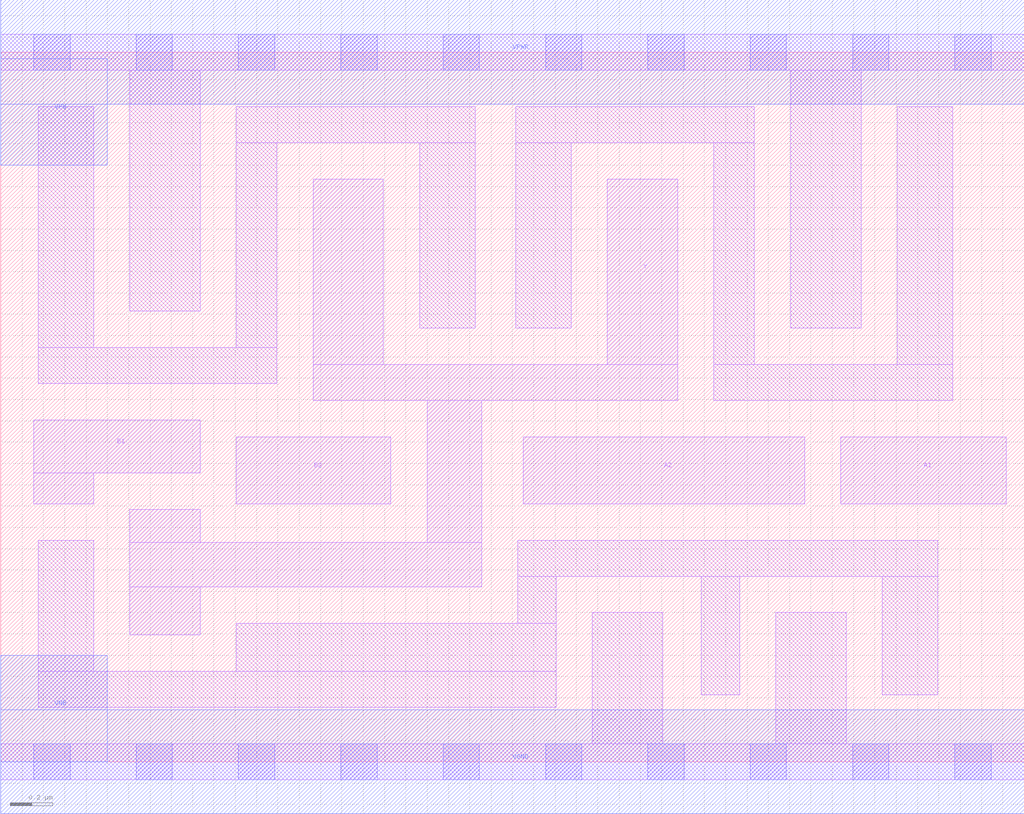
<source format=lef>
# Copyright 2020 The SkyWater PDK Authors
#
# Licensed under the Apache License, Version 2.0 (the "License");
# you may not use this file except in compliance with the License.
# You may obtain a copy of the License at
#
#     https://www.apache.org/licenses/LICENSE-2.0
#
# Unless required by applicable law or agreed to in writing, software
# distributed under the License is distributed on an "AS IS" BASIS,
# WITHOUT WARRANTIES OR CONDITIONS OF ANY KIND, either express or implied.
# See the License for the specific language governing permissions and
# limitations under the License.
#
# SPDX-License-Identifier: Apache-2.0

VERSION 5.5 ;
NAMESCASESENSITIVE ON ;
BUSBITCHARS "[]" ;
DIVIDERCHAR "/" ;
MACRO sky130_fd_sc_lp__o22ai_2
  CLASS CORE ;
  SOURCE USER ;
  ORIGIN  0.000000  0.000000 ;
  SIZE  4.800000 BY  3.330000 ;
  SYMMETRY X Y R90 ;
  SITE unit ;
  PIN A1
    ANTENNAGATEAREA  0.630000 ;
    DIRECTION INPUT ;
    USE SIGNAL ;
    PORT
      LAYER li1 ;
        RECT 3.940000 1.210000 4.715000 1.525000 ;
    END
  END A1
  PIN A2
    ANTENNAGATEAREA  0.630000 ;
    DIRECTION INPUT ;
    USE SIGNAL ;
    PORT
      LAYER li1 ;
        RECT 2.450000 1.210000 3.770000 1.525000 ;
    END
  END A2
  PIN B1
    ANTENNAGATEAREA  0.630000 ;
    DIRECTION INPUT ;
    USE SIGNAL ;
    PORT
      LAYER li1 ;
        RECT 0.155000 1.210000 0.435000 1.355000 ;
        RECT 0.155000 1.355000 0.935000 1.605000 ;
    END
  END B1
  PIN B2
    ANTENNAGATEAREA  0.630000 ;
    DIRECTION INPUT ;
    USE SIGNAL ;
    PORT
      LAYER li1 ;
        RECT 1.105000 1.210000 1.830000 1.525000 ;
    END
  END B2
  PIN Y
    ANTENNADIFFAREA  1.176000 ;
    DIRECTION OUTPUT ;
    USE SIGNAL ;
    PORT
      LAYER li1 ;
        RECT 0.605000 0.595000 0.935000 0.820000 ;
        RECT 0.605000 0.820000 2.255000 1.030000 ;
        RECT 0.605000 1.030000 0.935000 1.185000 ;
        RECT 1.465000 1.695000 3.175000 1.865000 ;
        RECT 1.465000 1.865000 1.795000 2.735000 ;
        RECT 2.000000 1.030000 2.255000 1.695000 ;
        RECT 2.845000 1.865000 3.175000 2.735000 ;
    END
  END Y
  PIN VGND
    DIRECTION INOUT ;
    USE GROUND ;
    PORT
      LAYER met1 ;
        RECT 0.000000 -0.245000 4.800000 0.245000 ;
    END
  END VGND
  PIN VNB
    DIRECTION INOUT ;
    USE GROUND ;
    PORT
      LAYER met1 ;
        RECT 0.000000 0.000000 0.500000 0.500000 ;
    END
  END VNB
  PIN VPB
    DIRECTION INOUT ;
    USE POWER ;
    PORT
      LAYER met1 ;
        RECT 0.000000 2.800000 0.500000 3.300000 ;
    END
  END VPB
  PIN VPWR
    DIRECTION INOUT ;
    USE POWER ;
    PORT
      LAYER met1 ;
        RECT 0.000000 3.085000 4.800000 3.575000 ;
    END
  END VPWR
  OBS
    LAYER li1 ;
      RECT 0.000000 -0.085000 4.800000 0.085000 ;
      RECT 0.000000  3.245000 4.800000 3.415000 ;
      RECT 0.175000  0.255000 2.605000 0.425000 ;
      RECT 0.175000  0.425000 0.435000 1.040000 ;
      RECT 0.175000  1.775000 1.295000 1.945000 ;
      RECT 0.175000  1.945000 0.435000 3.075000 ;
      RECT 0.605000  2.115000 0.935000 3.245000 ;
      RECT 1.105000  0.425000 2.605000 0.650000 ;
      RECT 1.105000  1.945000 1.295000 2.905000 ;
      RECT 1.105000  2.905000 2.225000 3.075000 ;
      RECT 1.965000  2.035000 2.225000 2.905000 ;
      RECT 2.415000  2.035000 2.675000 2.905000 ;
      RECT 2.415000  2.905000 3.535000 3.075000 ;
      RECT 2.425000  0.650000 2.605000 0.870000 ;
      RECT 2.425000  0.870000 4.395000 1.040000 ;
      RECT 2.775000  0.085000 3.105000 0.700000 ;
      RECT 3.285000  0.315000 3.465000 0.870000 ;
      RECT 3.345000  1.695000 4.465000 1.865000 ;
      RECT 3.345000  1.865000 3.535000 2.905000 ;
      RECT 3.635000  0.085000 3.965000 0.700000 ;
      RECT 3.705000  2.035000 4.035000 3.245000 ;
      RECT 4.135000  0.315000 4.395000 0.870000 ;
      RECT 4.205000  1.865000 4.465000 3.075000 ;
    LAYER mcon ;
      RECT 0.155000 -0.085000 0.325000 0.085000 ;
      RECT 0.155000  3.245000 0.325000 3.415000 ;
      RECT 0.635000 -0.085000 0.805000 0.085000 ;
      RECT 0.635000  3.245000 0.805000 3.415000 ;
      RECT 1.115000 -0.085000 1.285000 0.085000 ;
      RECT 1.115000  3.245000 1.285000 3.415000 ;
      RECT 1.595000 -0.085000 1.765000 0.085000 ;
      RECT 1.595000  3.245000 1.765000 3.415000 ;
      RECT 2.075000 -0.085000 2.245000 0.085000 ;
      RECT 2.075000  3.245000 2.245000 3.415000 ;
      RECT 2.555000 -0.085000 2.725000 0.085000 ;
      RECT 2.555000  3.245000 2.725000 3.415000 ;
      RECT 3.035000 -0.085000 3.205000 0.085000 ;
      RECT 3.035000  3.245000 3.205000 3.415000 ;
      RECT 3.515000 -0.085000 3.685000 0.085000 ;
      RECT 3.515000  3.245000 3.685000 3.415000 ;
      RECT 3.995000 -0.085000 4.165000 0.085000 ;
      RECT 3.995000  3.245000 4.165000 3.415000 ;
      RECT 4.475000 -0.085000 4.645000 0.085000 ;
      RECT 4.475000  3.245000 4.645000 3.415000 ;
  END
END sky130_fd_sc_lp__o22ai_2
END LIBRARY

</source>
